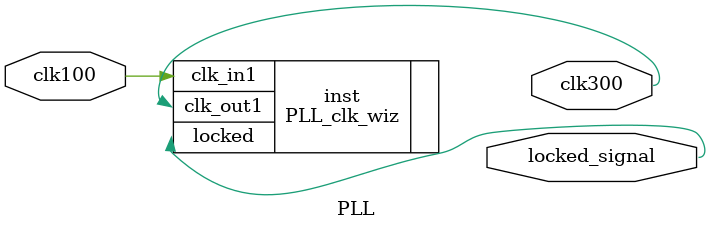
<source format=v>


`timescale 1ns / 100ps

(* CORE_GENERATION_INFO = "PLL,clk_wiz_v6_0_4_0_0,{component_name=PLL,use_phase_alignment=true,use_min_o_jitter=false,use_max_i_jitter=false,use_dyn_phase_shift=false,use_inclk_switchover=false,use_dyn_reconfig=false,enable_axi=0,feedback_source=FDBK_AUTO,PRIMITIVE=PLL,num_out_clk=1,clkin1_period=10.000,clkin2_period=10.000,use_power_down=false,use_reset=false,use_locked=true,use_inclk_stopped=false,feedback_type=SINGLE,CLOCK_MGR_TYPE=NA,manual_override=false}" *)

module PLL
 (
  // Clock out ports
  output        clk300,
  // Status and control signals
  output        locked_signal,
 // Clock in ports
  input         clk100
 );

  PLL_clk_wiz inst
  (
  // Clock out ports  
  .clk_out1(clk300),
  // Status and control signals               
  .locked(locked_signal),
 // Clock in ports
  .clk_in1(clk100)
  );

endmodule

</source>
